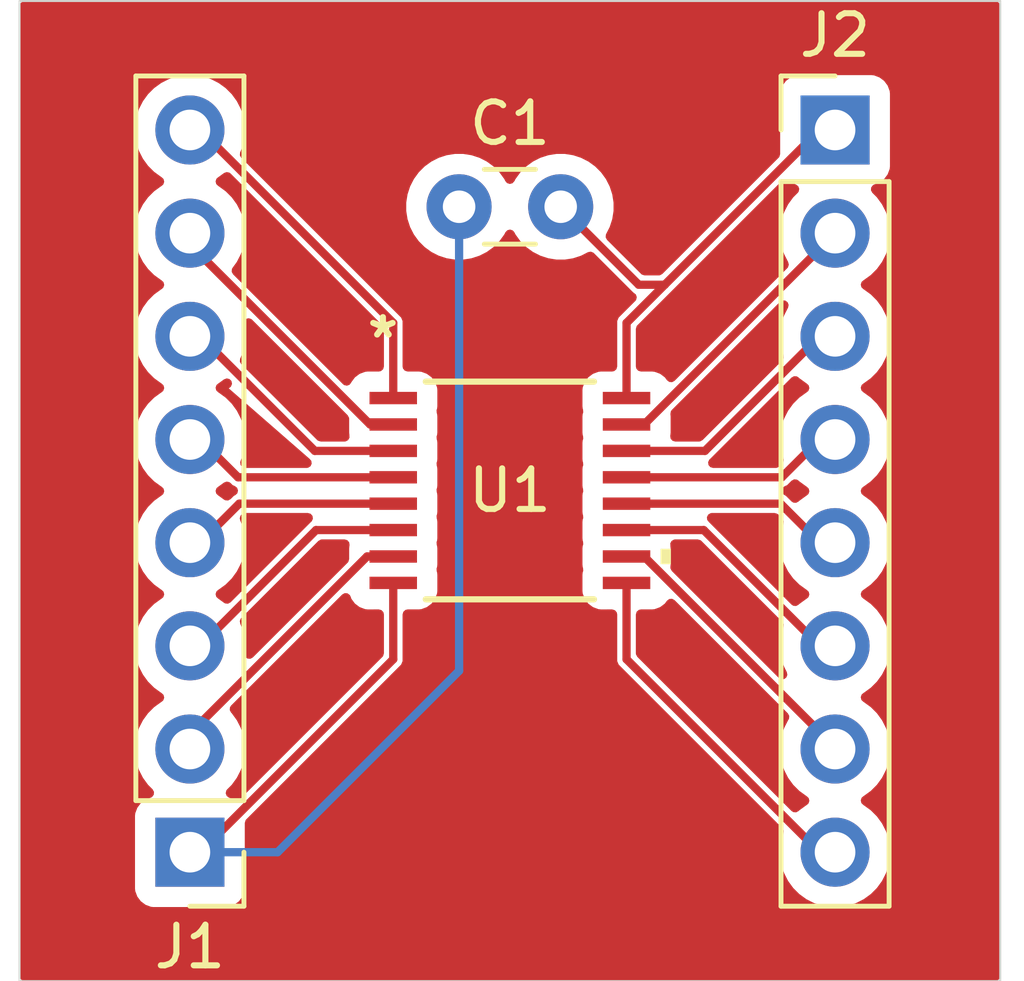
<source format=kicad_pcb>
(kicad_pcb (version 20241229) (generator "pcbnew") (generator_version "9.0")
  (layers (0 "F.Cu" signal) (2 "B.Cu" signal) (13 "F.Paste" user) (15 "B.Paste" user) (5 "F.SilkS" user "F.Silkscreen") (7 "B.SilkS" user "B.Silkscreen") (1 "F.Mask" user) (3 "B.Mask" user) (25 "Edge.Cuts" user))
  (net 0 "")
  (net 1 "/VDD")
  (net 2 "/GND")
  (net 3 "/S1B")
  (net 4 "/S2B")
  (net 5 "/S2A")
  (net 6 "/D1")
  (net 7 "/S1A")
  (net 8 "/D2")
  (net 9 "/SEL")
  (net 10 "/EN")
  (net 11 "/S4A")
  (net 12 "/S4B")
  (net 13 "/D4")
  (net 14 "/D3")
  (net 15 "/S3A")
  (net 16 "/S3B")
  (footprint "battery_emulator:SOIC_PRQ1_TEX-L" (layer "F.Cu") (at 142.875 102.22)
    (property "Reference" "U1" (at 0 0 0) (layer "F.SilkS"))
    (property "Value" "~")
    (fp_line (start -2.069122 2.6797) (end 2.069122 2.6797) (stroke (width 0.1524)) (layer "F.SilkS"))
    (fp_line (start 2.069122 -2.6797) (end -2.069122 -2.6797) (stroke (width 0.1524)) (layer "F.SilkS"))
    (fp_poly (pts (xy 3.9624 1.434465) (xy 3.9624 1.815465) (xy 3.7084 1.815465) (xy 3.7084 1.434465)) (fill yes) (layer "F.SilkS"))
    (fp_text user "*" (at -3.1242 -3.722751 0) (layer "F.SilkS"))
    (pad "1" smd rect (at -2.8702 -2.274951) (size 1.1684 0.3048) (layers "F.Cu" "F.Mask" "F.Paste") (net 9 "/SEL"))
    (pad "2" smd rect (at -2.8702 -1.624965) (size 1.1684 0.3048) (layers "F.Cu" "F.Mask" "F.Paste") (net 7 "/S1A"))
    (pad "3" smd rect (at -2.8702 -0.974979) (size 1.1684 0.3048) (layers "F.Cu" "F.Mask" "F.Paste") (net 3 "/S1B"))
    (pad "4" smd rect (at -2.8702 -0.324993) (size 1.1684 0.3048) (layers "F.Cu" "F.Mask" "F.Paste") (net 6 "/D1"))
    (pad "5" smd rect (at -2.8702 0.324993) (size 1.1684 0.3048) (layers "F.Cu" "F.Mask" "F.Paste") (net 5 "/S2A"))
    (pad "6" smd rect (at -2.8702 0.974979) (size 1.1684 0.3048) (layers "F.Cu" "F.Mask" "F.Paste") (net 4 "/S2B"))
    (pad "7" smd rect (at -2.8702 1.624965) (size 1.1684 0.3048) (layers "F.Cu" "F.Mask" "F.Paste") (net 8 "/D2"))
    (pad "8" smd rect (at -2.8702 2.274951) (size 1.1684 0.3048) (layers "F.Cu" "F.Mask" "F.Paste") (net 2 "/GND"))
    (pad "9" smd rect (at 2.8702 2.274951) (size 1.1684 0.3048) (layers "F.Cu" "F.Mask" "F.Paste") (net 14 "/D3"))
    (pad "10" smd rect (at 2.8702 1.624965) (size 1.1684 0.3048) (layers "F.Cu" "F.Mask" "F.Paste") (net 16 "/S3B"))
    (pad "11" smd rect (at 2.8702 0.974979) (size 1.1684 0.3048) (layers "F.Cu" "F.Mask" "F.Paste") (net 15 "/S3A"))
    (pad "12" smd rect (at 2.8702 0.324993) (size 1.1684 0.3048) (layers "F.Cu" "F.Mask" "F.Paste") (net 13 "/D4"))
    (pad "13" smd rect (at 2.8702 -0.324993) (size 1.1684 0.3048) (layers "F.Cu" "F.Mask" "F.Paste") (net 12 "/S4B"))
    (pad "14" smd rect (at 2.8702 -0.974979) (size 1.1684 0.3048) (layers "F.Cu" "F.Mask" "F.Paste") (net 11 "/S4A"))
    (pad "15" smd rect (at 2.8702 -1.624965) (size 1.1684 0.3048) (layers "F.Cu" "F.Mask" "F.Paste") (net 10 "/EN"))
    (pad "16" smd rect (at 2.8702 -2.274951) (size 1.1684 0.3048) (layers "F.Cu" "F.Mask" "F.Paste") (net 1 "/VDD"))
  )
  (footprint "Capacitor_THT:C_Disc_D3.0mm_W1.6mm_P2.50mm" (layer "F.Cu") (at 141.625 95.235)
    (property "Reference" "C1" (at 1.25 -2.05 0) (layer "F.SilkS"))
    (property "Value" "C")
    (fp_line (start 0.621 -0.92) (end 1.879 -0.92) (stroke (width 0.12)) (layer "F.SilkS"))
    (fp_line (start 0.621 0.92) (end 1.879 0.92) (stroke (width 0.12)) (layer "F.SilkS"))
    (pad "1" thru_hole circle (at 0 0) (size 1.6 1.6) (drill 0.8) (layers "*.Cu" "*.Mask") (net 2 "/GND"))
    (pad "2" thru_hole circle (at 2.5 0) (size 1.6 1.6) (drill 0.8) (layers "*.Cu" "*.Mask") (net 1 "/VDD"))
  )
  (footprint "Connector_PinHeader_2.54mm:PinHeader_1x08_P2.54mm_Vertical" (layer "F.Cu") (at 135.001 111.125 180)
    (property "Reference" "J1" (at 0 -2.33 0) (layer "F.SilkS"))
    (property "Value" "Conn_01x08")
    (fp_line (start 1.33 1.27) (end 1.33 19.11) (stroke (width 0.12)) (layer "F.SilkS"))
    (fp_line (start -1.33 19.11) (end 1.33 19.11) (stroke (width 0.12)) (layer "F.SilkS"))
    (fp_line (start -1.33 1.27) (end 1.33 1.27) (stroke (width 0.12)) (layer "F.SilkS"))
    (fp_line (start -1.33 1.27) (end -1.33 19.11) (stroke (width 0.12)) (layer "F.SilkS"))
    (fp_line (start -1.33 0) (end -1.33 -1.33) (stroke (width 0.12)) (layer "F.SilkS"))
    (fp_line (start -1.33 -1.33) (end 0 -1.33) (stroke (width 0.12)) (layer "F.SilkS"))
    (pad "1" thru_hole rect (at 0 0 180) (size 1.7 1.7) (drill 1) (layers "*.Cu" "*.Mask") (net 2 "/GND"))
    (pad "2" thru_hole oval (at 0 2.54 180) (size 1.7 1.7) (drill 1) (layers "*.Cu" "*.Mask") (net 8 "/D2"))
    (pad "3" thru_hole oval (at 0 5.08 180) (size 1.7 1.7) (drill 1) (layers "*.Cu" "*.Mask") (net 4 "/S2B"))
    (pad "4" thru_hole oval (at 0 7.62 180) (size 1.7 1.7) (drill 1) (layers "*.Cu" "*.Mask") (net 5 "/S2A"))
    (pad "5" thru_hole oval (at 0 10.16 180) (size 1.7 1.7) (drill 1) (layers "*.Cu" "*.Mask") (net 6 "/D1"))
    (pad "6" thru_hole oval (at 0 12.7 180) (size 1.7 1.7) (drill 1) (layers "*.Cu" "*.Mask") (net 3 "/S1B"))
    (pad "7" thru_hole oval (at 0 15.24 180) (size 1.7 1.7) (drill 1) (layers "*.Cu" "*.Mask") (net 7 "/S1A"))
    (pad "8" thru_hole oval (at 0 17.78 180) (size 1.7 1.7) (drill 1) (layers "*.Cu" "*.Mask") (net 9 "/SEL"))
  )
  (footprint "Connector_PinHeader_2.54mm:PinHeader_1x08_P2.54mm_Vertical" (layer "F.Cu") (at 150.876 93.345)
    (property "Reference" "J2" (at 0 -2.33 0) (layer "F.SilkS"))
    (property "Value" "Conn_01x08")
    (fp_line (start -1.33 -1.33) (end 0 -1.33) (stroke (width 0.12)) (layer "F.SilkS"))
    (fp_line (start -1.33 0) (end -1.33 -1.33) (stroke (width 0.12)) (layer "F.SilkS"))
    (fp_line (start -1.33 1.27) (end -1.33 19.11) (stroke (width 0.12)) (layer "F.SilkS"))
    (fp_line (start -1.33 1.27) (end 1.33 1.27) (stroke (width 0.12)) (layer "F.SilkS"))
    (fp_line (start -1.33 19.11) (end 1.33 19.11) (stroke (width 0.12)) (layer "F.SilkS"))
    (fp_line (start 1.33 1.27) (end 1.33 19.11) (stroke (width 0.12)) (layer "F.SilkS"))
    (pad "1" thru_hole rect (at 0 0) (size 1.7 1.7) (drill 1) (layers "*.Cu" "*.Mask") (net 1 "/VDD"))
    (pad "2" thru_hole oval (at 0 2.54) (size 1.7 1.7) (drill 1) (layers "*.Cu" "*.Mask") (net 10 "/EN"))
    (pad "3" thru_hole oval (at 0 5.08) (size 1.7 1.7) (drill 1) (layers "*.Cu" "*.Mask") (net 11 "/S4A"))
    (pad "4" thru_hole oval (at 0 7.62) (size 1.7 1.7) (drill 1) (layers "*.Cu" "*.Mask") (net 12 "/S4B"))
    (pad "5" thru_hole oval (at 0 10.16) (size 1.7 1.7) (drill 1) (layers "*.Cu" "*.Mask") (net 13 "/D4"))
    (pad "6" thru_hole oval (at 0 12.7) (size 1.7 1.7) (drill 1) (layers "*.Cu" "*.Mask") (net 15 "/S3A"))
    (pad "7" thru_hole oval (at 0 15.24) (size 1.7 1.7) (drill 1) (layers "*.Cu" "*.Mask") (net 16 "/S3B"))
    (pad "8" thru_hole oval (at 0 17.78) (size 1.7 1.7) (drill 1) (layers "*.Cu" "*.Mask") (net 14 "/D3"))
  )
  (gr_rect (start 130.81 90.17) (end 154.94 114.3) (stroke (width 0.05)) (fill no) (layer "Edge.Cuts"))
  (segment (start 146.685 97.155) (end 150.495 93.345) (width 0.2032) (layer "F.Cu") (net 1))
  (segment (start 146.045 97.155) (end 144.125 95.235) (width 0.2032) (layer "F.Cu") (net 1))
  (segment (start 145.7452 99.945049) (end 145.7452 98.0948) (width 0.2032) (layer "F.Cu") (net 1))
  (segment (start 145.7452 98.0948) (end 146.685 97.155) (width 0.2032) (layer "F.Cu") (net 1))
  (segment (start 150.495 93.345) (end 150.876 93.345) (width 0.2032) (layer "F.Cu") (net 1))
  (segment (start 146.685 97.155) (end 146.045 97.155) (width 0.2032) (layer "F.Cu") (net 1))
  (segment (start 135.255 111.125) (end 135.001 111.125) (width 0.2032) (layer "F.Cu") (net 2))
  (segment (start 140.0048 106.3752) (end 135.255 111.125) (width 0.2032) (layer "F.Cu") (net 2))
  (segment (start 140.0048 104.494951) (end 140.0048 106.3752) (width 0.2032) (layer "F.Cu") (net 2))
  (segment (start 141.625 95.235) (end 141.625 106.66) (width 0.2032) (layer "B.Cu") (net 2))
  (segment (start 141.625 106.66) (end 137.16 111.125) (width 0.2032) (layer "B.Cu") (net 2))
  (segment (start 137.16 111.125) (end 135.001 111.125) (width 0.2032) (layer "B.Cu") (net 2))
  (segment (start 138.075021 101.245021) (end 135.255 98.425) (width 0.2032) (layer "F.Cu") (net 3))
  (segment (start 135.255 98.425) (end 135.001 98.425) (width 0.2032) (layer "F.Cu") (net 3))
  (segment (start 140.0048 101.245021) (end 138.075021 101.245021) (width 0.2032) (layer "F.Cu") (net 3))
  (segment (start 140.0048 103.194979) (end 138.105021 103.194979) (width 0.2032) (layer "F.Cu") (net 4))
  (segment (start 135.255 106.045) (end 135.001 106.045) (width 0.2032) (layer "F.Cu") (net 4))
  (segment (start 138.105021 103.194979) (end 135.255 106.045) (width 0.2032) (layer "F.Cu") (net 4))
  (segment (start 140.0048 102.544993) (end 136.215007 102.544993) (width 0.2032) (layer "F.Cu") (net 5))
  (segment (start 136.215007 102.544993) (end 135.255 103.505) (width 0.2032) (layer "F.Cu") (net 5))
  (segment (start 135.255 103.505) (end 135.001 103.505) (width 0.2032) (layer "F.Cu") (net 5))
  (segment (start 140.0048 101.895007) (end 136.185007 101.895007) (width 0.2032) (layer "F.Cu") (net 6))
  (segment (start 136.185007 101.895007) (end 135.255 100.965) (width 0.2032) (layer "F.Cu") (net 6))
  (segment (start 135.255 100.965) (end 135.001 100.965) (width 0.2032) (layer "F.Cu") (net 6))
  (segment (start 139.434965 100.595035) (end 135.255 96.41507) (width 0.2032) (layer "F.Cu") (net 7))
  (segment (start 135.128 95.885) (end 135.001 95.885) (width 0.2032) (layer "F.Cu") (net 7))
  (segment (start 135.255 96.41507) (end 135.255 96.012) (width 0.2032) (layer "F.Cu") (net 7))
  (segment (start 140.0048 100.595035) (end 139.434965 100.595035) (width 0.2032) (layer "F.Cu") (net 7))
  (segment (start 135.255 96.012) (end 135.128 95.885) (width 0.2032) (layer "F.Cu") (net 7))
  (segment (start 139.360035 103.844965) (end 135.255 107.95) (width 0.2032) (layer "F.Cu") (net 8))
  (segment (start 135.255 107.95) (end 135.255 108.458) (width 0.2032) (layer "F.Cu") (net 8))
  (segment (start 135.255 108.458) (end 135.128 108.585) (width 0.2032) (layer "F.Cu") (net 8))
  (segment (start 140.0048 103.844965) (end 139.360035 103.844965) (width 0.2032) (layer "F.Cu") (net 8))
  (segment (start 135.128 108.585) (end 135.001 108.585) (width 0.2032) (layer "F.Cu") (net 8))
  (segment (start 140.0048 98.0948) (end 135.255 93.345) (width 0.2032) (layer "F.Cu") (net 9))
  (segment (start 140.0048 99.945049) (end 140.0048 98.0948) (width 0.2032) (layer "F.Cu") (net 9))
  (segment (start 135.255 93.345) (end 135.001 93.345) (width 0.2032) (layer "F.Cu") (net 9))
  (segment (start 150.495 96.012) (end 150.622 95.885) (width 0.2032) (layer "F.Cu") (net 10))
  (segment (start 150.495 96.277035) (end 150.495 96.012) (width 0.2032) (layer "F.Cu") (net 10))
  (segment (start 146.177 100.595035) (end 150.495 96.277035) (width 0.2032) (layer "F.Cu") (net 10))
  (segment (start 150.622 95.885) (end 150.876 95.885) (width 0.2032) (layer "F.Cu") (net 10))
  (segment (start 145.7452 100.595035) (end 146.177 100.595035) (width 0.2032) (layer "F.Cu") (net 10))
  (segment (start 147.674979 101.245021) (end 150.495 98.425) (width 0.2032) (layer "F.Cu") (net 11))
  (segment (start 150.495 98.425) (end 150.876 98.425) (width 0.2032) (layer "F.Cu") (net 11))
  (segment (start 145.7452 101.245021) (end 147.674979 101.245021) (width 0.2032) (layer "F.Cu") (net 11))
  (segment (start 149.564993 101.895007) (end 150.495 100.965) (width 0.2032) (layer "F.Cu") (net 12))
  (segment (start 150.495 100.965) (end 150.876 100.965) (width 0.2032) (layer "F.Cu") (net 12))
  (segment (start 145.7452 101.895007) (end 149.564993 101.895007) (width 0.2032) (layer "F.Cu") (net 12))
  (segment (start 145.7452 102.544993) (end 149.534993 102.544993) (width 0.2032) (layer "F.Cu") (net 13))
  (segment (start 149.534993 102.544993) (end 150.495 103.505) (width 0.2032) (layer "F.Cu") (net 13))
  (segment (start 150.495 103.505) (end 150.876 103.505) (width 0.2032) (layer "F.Cu") (net 13))
  (segment (start 150.495 111.125) (end 150.876 111.125) (width 0.2032) (layer "F.Cu") (net 14))
  (segment (start 145.7452 106.3752) (end 150.495 111.125) (width 0.2032) (layer "F.Cu") (net 14))
  (segment (start 145.7452 104.494951) (end 145.7452 106.3752) (width 0.2032) (layer "F.Cu") (net 14))
  (segment (start 147.644979 103.194979) (end 150.495 106.045) (width 0.2032) (layer "F.Cu") (net 15))
  (segment (start 150.495 106.045) (end 150.876 106.045) (width 0.2032) (layer "F.Cu") (net 15))
  (segment (start 145.7452 103.194979) (end 147.644979 103.194979) (width 0.2032) (layer "F.Cu") (net 15))
  (segment (start 150.495 108.162965) (end 150.495 108.458) (width 0.2032) (layer "F.Cu") (net 16))
  (segment (start 150.622 108.585) (end 150.876 108.585) (width 0.2032) (layer "F.Cu") (net 16))
  (segment (start 146.177 103.844965) (end 150.495 108.162965) (width 0.2032) (layer "F.Cu") (net 16))
  (segment (start 150.495 108.458) (end 150.622 108.585) (width 0.2032) (layer "F.Cu") (net 16))
  (segment (start 145.7452 103.844965) (end 146.177 103.844965) (width 0.2032) (layer "F.Cu") (net 16))
  (zone (net 0) (net_name "") (layer "F.Cu") (connect_pads (clearance 0.5)) (min_thickness 0.25) (fill yes (thermal_gap 0.5) (thermal_bridge_width 0.5) (island_removal_mode 1) (island_area_min 9.999999))
    (polygon (pts (xy 130.81 90.17) (xy 154.94 90.17) (xy 154.94 114.3) (xy 130.81 114.3)))
  )
)
</source>
